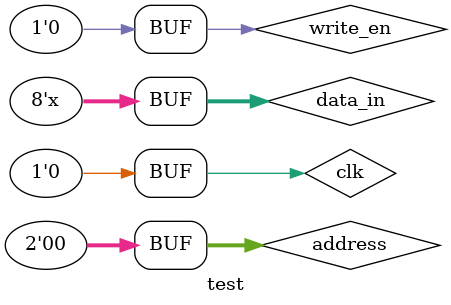
<source format=v>
module RAM_2x8(
    input wire clk,
    input wire write_en,
    input wire [1:0] address,
    input wire [7:0] data_in,
    output reg [7:0] data_out
);

reg [7:0] memory [1:0];

always @(posedge clk) begin
    if (write_en) begin
        memory[address] <= data_in; 
    end
end

always @(negedge clk) begin
    data_out <= memory[address];  
end

endmodule

module test;
    reg clk, write_en;
    reg [1:0] address;
    reg [7:0] data_in;
    wire [7:0] s;

    RAM_2x8 moduleRam (clk, write_en, address, data_in, s); 

    initial begin
        $display("Test Module");
        
       
        $monitor ("%4d %4d %4d %4b | %4b", clk, write_en, address, data_in, s);
        clk = 1'b1;
        write_en = 1'b1;
        address = 0;
        data_in = 8'b10010100; 

        #10 clk = 1'b0; write_en = 1'b1; address = 0; data_in = 8'bxxxxxxxx;  
        #10 clk = 1'b1; write_en = 1'b1; address = 1; data_in = 8'b11110000;  
        #10 clk = 1'b0; write_en = 1'b0; address = 1; data_in = 8'bxxxxxxxx;
        #10 clk = 1'b1;
        #10 clk = 1'b0; write_en = 1'b0; address = 0; data_in = 8'bxxxxxxxx; 

    end
endmodule

/*
Test Module
   1    1    0 10010100 | xxxxxxxx
   0    1    0 xxxxxxxx | 10010100
   1    1    1 11110000 | 10010100
   0    0    1 xxxxxxxx | 11110000
   1    0    1 xxxxxxxx | 11110000
   0    0    0 xxxxxxxx | 10010100
*/
</source>
